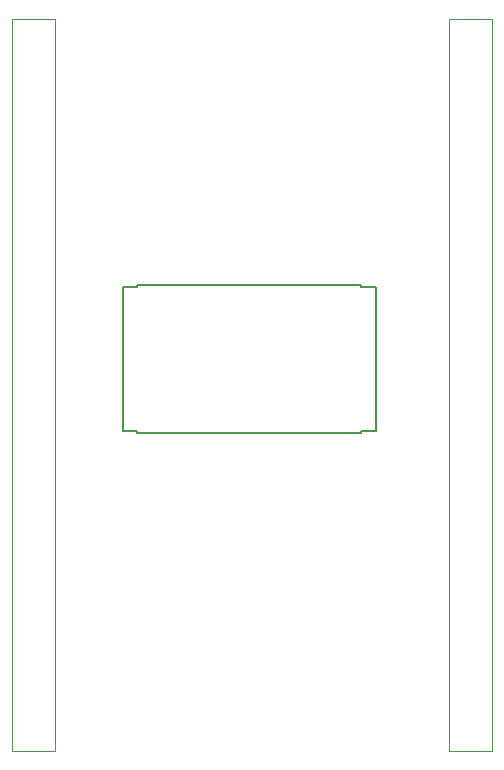
<source format=gbr>
G04 #@! TF.GenerationSoftware,KiCad,Pcbnew,(5.1.5)-3*
G04 #@! TF.CreationDate,2020-03-06T02:38:52-05:00*
G04 #@! TF.ProjectId,SingleBoard,53696e67-6c65-4426-9f61-72642e6b6963,rev?*
G04 #@! TF.SameCoordinates,Original*
G04 #@! TF.FileFunction,Other,User*
%FSLAX46Y46*%
G04 Gerber Fmt 4.6, Leading zero omitted, Abs format (unit mm)*
G04 Created by KiCad (PCBNEW (5.1.5)-3) date 2020-03-06 02:38:52*
%MOMM*%
%LPD*%
G04 APERTURE LIST*
%ADD10C,0.152400*%
%ADD11C,0.050000*%
G04 APERTURE END LIST*
D10*
X102750400Y-77123700D02*
X101549500Y-77123700D01*
X102750400Y-77299200D02*
X102750400Y-77123700D01*
X121749600Y-77299200D02*
X102750400Y-77299200D01*
X121749600Y-77123700D02*
X121749600Y-77299200D01*
X122950500Y-77123700D02*
X121749600Y-77123700D01*
X122950500Y-64876300D02*
X122950500Y-77123700D01*
X121749600Y-64876300D02*
X122950500Y-64876300D01*
X121749600Y-64700800D02*
X121749600Y-64876300D01*
X102750400Y-64700800D02*
X121749600Y-64700800D01*
X102750400Y-64876300D02*
X102750400Y-64700800D01*
X101549500Y-64876300D02*
X102750400Y-64876300D01*
X101549500Y-77123700D02*
X101549500Y-64876300D01*
D11*
X132800000Y-42200000D02*
X129200000Y-42200000D01*
X132800000Y-104200000D02*
X132800000Y-42200000D01*
X129200000Y-104200000D02*
X132800000Y-104200000D01*
X129200000Y-42200000D02*
X129200000Y-104200000D01*
X92200000Y-104220000D02*
X95800000Y-104220000D01*
X92200000Y-42220000D02*
X92200000Y-104220000D01*
X95800000Y-42220000D02*
X92200000Y-42220000D01*
X95800000Y-104220000D02*
X95800000Y-42220000D01*
M02*

</source>
